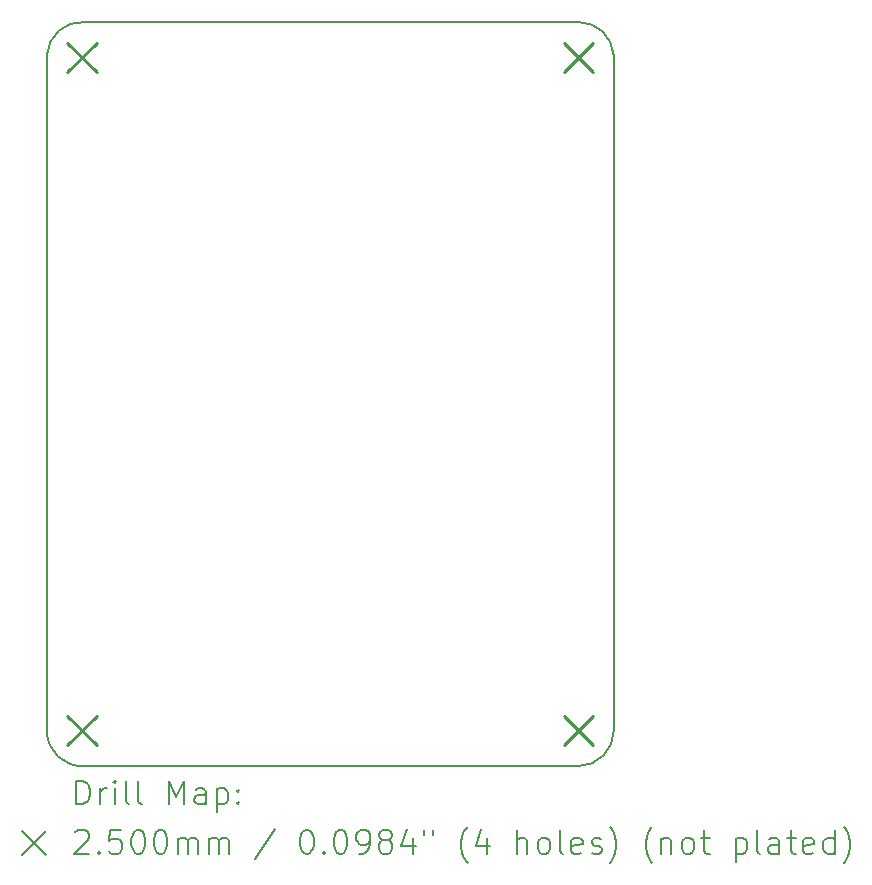
<source format=gbr>
%TF.GenerationSoftware,KiCad,Pcbnew,7.0.8*%
%TF.CreationDate,2024-05-07T22:53:22-03:00*%
%TF.ProjectId,lamp_module_x1,6c616d70-5f6d-46f6-9475-6c655f78312e,1.1*%
%TF.SameCoordinates,Original*%
%TF.FileFunction,Drillmap*%
%TF.FilePolarity,Positive*%
%FSLAX45Y45*%
G04 Gerber Fmt 4.5, Leading zero omitted, Abs format (unit mm)*
G04 Created by KiCad (PCBNEW 7.0.8) date 2024-05-07 22:53:22*
%MOMM*%
%LPD*%
G01*
G04 APERTURE LIST*
%ADD10C,0.200000*%
%ADD11C,0.250000*%
G04 APERTURE END LIST*
D10*
X13178400Y-5091815D02*
X17355903Y-5091815D01*
X12855467Y-11092693D02*
G75*
G03*
X13178400Y-11391815I300003J3D01*
G01*
X12855467Y-11092693D02*
X12855024Y-5374394D01*
X17655392Y-5374445D02*
G75*
G03*
X17355903Y-5091815I-299492J-17365D01*
G01*
X13178400Y-5091809D02*
G75*
G03*
X12855025Y-5374394I-22991J-300011D01*
G01*
X13178400Y-11391815D02*
X17355400Y-11391815D01*
X17655400Y-5374445D02*
X17655400Y-11091815D01*
X17355400Y-11391820D02*
G75*
G03*
X17655400Y-11091815I0J300000D01*
G01*
D11*
X13030400Y-5266815D02*
X13280400Y-5516815D01*
X13280400Y-5266815D02*
X13030400Y-5516815D01*
X13030400Y-10966815D02*
X13280400Y-11216815D01*
X13280400Y-10966815D02*
X13030400Y-11216815D01*
X17230400Y-5266815D02*
X17480400Y-5516815D01*
X17480400Y-5266815D02*
X17230400Y-5516815D01*
X17230400Y-10966815D02*
X17480400Y-11216815D01*
X17480400Y-10966815D02*
X17230400Y-11216815D01*
D10*
X13105801Y-11714177D02*
X13105801Y-11514177D01*
X13105801Y-11514177D02*
X13153420Y-11514177D01*
X13153420Y-11514177D02*
X13181992Y-11523701D01*
X13181992Y-11523701D02*
X13201039Y-11542748D01*
X13201039Y-11542748D02*
X13210563Y-11561796D01*
X13210563Y-11561796D02*
X13220087Y-11599891D01*
X13220087Y-11599891D02*
X13220087Y-11628462D01*
X13220087Y-11628462D02*
X13210563Y-11666558D01*
X13210563Y-11666558D02*
X13201039Y-11685605D01*
X13201039Y-11685605D02*
X13181992Y-11704653D01*
X13181992Y-11704653D02*
X13153420Y-11714177D01*
X13153420Y-11714177D02*
X13105801Y-11714177D01*
X13305801Y-11714177D02*
X13305801Y-11580843D01*
X13305801Y-11618939D02*
X13315325Y-11599891D01*
X13315325Y-11599891D02*
X13324849Y-11590367D01*
X13324849Y-11590367D02*
X13343896Y-11580843D01*
X13343896Y-11580843D02*
X13362944Y-11580843D01*
X13429611Y-11714177D02*
X13429611Y-11580843D01*
X13429611Y-11514177D02*
X13420087Y-11523701D01*
X13420087Y-11523701D02*
X13429611Y-11533224D01*
X13429611Y-11533224D02*
X13439135Y-11523701D01*
X13439135Y-11523701D02*
X13429611Y-11514177D01*
X13429611Y-11514177D02*
X13429611Y-11533224D01*
X13553420Y-11714177D02*
X13534373Y-11704653D01*
X13534373Y-11704653D02*
X13524849Y-11685605D01*
X13524849Y-11685605D02*
X13524849Y-11514177D01*
X13658182Y-11714177D02*
X13639135Y-11704653D01*
X13639135Y-11704653D02*
X13629611Y-11685605D01*
X13629611Y-11685605D02*
X13629611Y-11514177D01*
X13886754Y-11714177D02*
X13886754Y-11514177D01*
X13886754Y-11514177D02*
X13953420Y-11657034D01*
X13953420Y-11657034D02*
X14020087Y-11514177D01*
X14020087Y-11514177D02*
X14020087Y-11714177D01*
X14201039Y-11714177D02*
X14201039Y-11609415D01*
X14201039Y-11609415D02*
X14191516Y-11590367D01*
X14191516Y-11590367D02*
X14172468Y-11580843D01*
X14172468Y-11580843D02*
X14134373Y-11580843D01*
X14134373Y-11580843D02*
X14115325Y-11590367D01*
X14201039Y-11704653D02*
X14181992Y-11714177D01*
X14181992Y-11714177D02*
X14134373Y-11714177D01*
X14134373Y-11714177D02*
X14115325Y-11704653D01*
X14115325Y-11704653D02*
X14105801Y-11685605D01*
X14105801Y-11685605D02*
X14105801Y-11666558D01*
X14105801Y-11666558D02*
X14115325Y-11647510D01*
X14115325Y-11647510D02*
X14134373Y-11637986D01*
X14134373Y-11637986D02*
X14181992Y-11637986D01*
X14181992Y-11637986D02*
X14201039Y-11628462D01*
X14296277Y-11580843D02*
X14296277Y-11780843D01*
X14296277Y-11590367D02*
X14315325Y-11580843D01*
X14315325Y-11580843D02*
X14353420Y-11580843D01*
X14353420Y-11580843D02*
X14372468Y-11590367D01*
X14372468Y-11590367D02*
X14381992Y-11599891D01*
X14381992Y-11599891D02*
X14391516Y-11618939D01*
X14391516Y-11618939D02*
X14391516Y-11676081D01*
X14391516Y-11676081D02*
X14381992Y-11695129D01*
X14381992Y-11695129D02*
X14372468Y-11704653D01*
X14372468Y-11704653D02*
X14353420Y-11714177D01*
X14353420Y-11714177D02*
X14315325Y-11714177D01*
X14315325Y-11714177D02*
X14296277Y-11704653D01*
X14477230Y-11695129D02*
X14486754Y-11704653D01*
X14486754Y-11704653D02*
X14477230Y-11714177D01*
X14477230Y-11714177D02*
X14467706Y-11704653D01*
X14467706Y-11704653D02*
X14477230Y-11695129D01*
X14477230Y-11695129D02*
X14477230Y-11714177D01*
X14477230Y-11590367D02*
X14486754Y-11599891D01*
X14486754Y-11599891D02*
X14477230Y-11609415D01*
X14477230Y-11609415D02*
X14467706Y-11599891D01*
X14467706Y-11599891D02*
X14477230Y-11590367D01*
X14477230Y-11590367D02*
X14477230Y-11609415D01*
X12645024Y-11942693D02*
X12845024Y-12142693D01*
X12845024Y-11942693D02*
X12645024Y-12142693D01*
X13096277Y-11953224D02*
X13105801Y-11943701D01*
X13105801Y-11943701D02*
X13124849Y-11934177D01*
X13124849Y-11934177D02*
X13172468Y-11934177D01*
X13172468Y-11934177D02*
X13191516Y-11943701D01*
X13191516Y-11943701D02*
X13201039Y-11953224D01*
X13201039Y-11953224D02*
X13210563Y-11972272D01*
X13210563Y-11972272D02*
X13210563Y-11991320D01*
X13210563Y-11991320D02*
X13201039Y-12019891D01*
X13201039Y-12019891D02*
X13086754Y-12134177D01*
X13086754Y-12134177D02*
X13210563Y-12134177D01*
X13296277Y-12115129D02*
X13305801Y-12124653D01*
X13305801Y-12124653D02*
X13296277Y-12134177D01*
X13296277Y-12134177D02*
X13286754Y-12124653D01*
X13286754Y-12124653D02*
X13296277Y-12115129D01*
X13296277Y-12115129D02*
X13296277Y-12134177D01*
X13486754Y-11934177D02*
X13391516Y-11934177D01*
X13391516Y-11934177D02*
X13381992Y-12029415D01*
X13381992Y-12029415D02*
X13391516Y-12019891D01*
X13391516Y-12019891D02*
X13410563Y-12010367D01*
X13410563Y-12010367D02*
X13458182Y-12010367D01*
X13458182Y-12010367D02*
X13477230Y-12019891D01*
X13477230Y-12019891D02*
X13486754Y-12029415D01*
X13486754Y-12029415D02*
X13496277Y-12048462D01*
X13496277Y-12048462D02*
X13496277Y-12096081D01*
X13496277Y-12096081D02*
X13486754Y-12115129D01*
X13486754Y-12115129D02*
X13477230Y-12124653D01*
X13477230Y-12124653D02*
X13458182Y-12134177D01*
X13458182Y-12134177D02*
X13410563Y-12134177D01*
X13410563Y-12134177D02*
X13391516Y-12124653D01*
X13391516Y-12124653D02*
X13381992Y-12115129D01*
X13620087Y-11934177D02*
X13639135Y-11934177D01*
X13639135Y-11934177D02*
X13658182Y-11943701D01*
X13658182Y-11943701D02*
X13667706Y-11953224D01*
X13667706Y-11953224D02*
X13677230Y-11972272D01*
X13677230Y-11972272D02*
X13686754Y-12010367D01*
X13686754Y-12010367D02*
X13686754Y-12057986D01*
X13686754Y-12057986D02*
X13677230Y-12096081D01*
X13677230Y-12096081D02*
X13667706Y-12115129D01*
X13667706Y-12115129D02*
X13658182Y-12124653D01*
X13658182Y-12124653D02*
X13639135Y-12134177D01*
X13639135Y-12134177D02*
X13620087Y-12134177D01*
X13620087Y-12134177D02*
X13601039Y-12124653D01*
X13601039Y-12124653D02*
X13591516Y-12115129D01*
X13591516Y-12115129D02*
X13581992Y-12096081D01*
X13581992Y-12096081D02*
X13572468Y-12057986D01*
X13572468Y-12057986D02*
X13572468Y-12010367D01*
X13572468Y-12010367D02*
X13581992Y-11972272D01*
X13581992Y-11972272D02*
X13591516Y-11953224D01*
X13591516Y-11953224D02*
X13601039Y-11943701D01*
X13601039Y-11943701D02*
X13620087Y-11934177D01*
X13810563Y-11934177D02*
X13829611Y-11934177D01*
X13829611Y-11934177D02*
X13848658Y-11943701D01*
X13848658Y-11943701D02*
X13858182Y-11953224D01*
X13858182Y-11953224D02*
X13867706Y-11972272D01*
X13867706Y-11972272D02*
X13877230Y-12010367D01*
X13877230Y-12010367D02*
X13877230Y-12057986D01*
X13877230Y-12057986D02*
X13867706Y-12096081D01*
X13867706Y-12096081D02*
X13858182Y-12115129D01*
X13858182Y-12115129D02*
X13848658Y-12124653D01*
X13848658Y-12124653D02*
X13829611Y-12134177D01*
X13829611Y-12134177D02*
X13810563Y-12134177D01*
X13810563Y-12134177D02*
X13791516Y-12124653D01*
X13791516Y-12124653D02*
X13781992Y-12115129D01*
X13781992Y-12115129D02*
X13772468Y-12096081D01*
X13772468Y-12096081D02*
X13762944Y-12057986D01*
X13762944Y-12057986D02*
X13762944Y-12010367D01*
X13762944Y-12010367D02*
X13772468Y-11972272D01*
X13772468Y-11972272D02*
X13781992Y-11953224D01*
X13781992Y-11953224D02*
X13791516Y-11943701D01*
X13791516Y-11943701D02*
X13810563Y-11934177D01*
X13962944Y-12134177D02*
X13962944Y-12000843D01*
X13962944Y-12019891D02*
X13972468Y-12010367D01*
X13972468Y-12010367D02*
X13991516Y-12000843D01*
X13991516Y-12000843D02*
X14020087Y-12000843D01*
X14020087Y-12000843D02*
X14039135Y-12010367D01*
X14039135Y-12010367D02*
X14048658Y-12029415D01*
X14048658Y-12029415D02*
X14048658Y-12134177D01*
X14048658Y-12029415D02*
X14058182Y-12010367D01*
X14058182Y-12010367D02*
X14077230Y-12000843D01*
X14077230Y-12000843D02*
X14105801Y-12000843D01*
X14105801Y-12000843D02*
X14124849Y-12010367D01*
X14124849Y-12010367D02*
X14134373Y-12029415D01*
X14134373Y-12029415D02*
X14134373Y-12134177D01*
X14229611Y-12134177D02*
X14229611Y-12000843D01*
X14229611Y-12019891D02*
X14239135Y-12010367D01*
X14239135Y-12010367D02*
X14258182Y-12000843D01*
X14258182Y-12000843D02*
X14286754Y-12000843D01*
X14286754Y-12000843D02*
X14305801Y-12010367D01*
X14305801Y-12010367D02*
X14315325Y-12029415D01*
X14315325Y-12029415D02*
X14315325Y-12134177D01*
X14315325Y-12029415D02*
X14324849Y-12010367D01*
X14324849Y-12010367D02*
X14343897Y-12000843D01*
X14343897Y-12000843D02*
X14372468Y-12000843D01*
X14372468Y-12000843D02*
X14391516Y-12010367D01*
X14391516Y-12010367D02*
X14401039Y-12029415D01*
X14401039Y-12029415D02*
X14401039Y-12134177D01*
X14791516Y-11924653D02*
X14620087Y-12181796D01*
X15048659Y-11934177D02*
X15067706Y-11934177D01*
X15067706Y-11934177D02*
X15086754Y-11943701D01*
X15086754Y-11943701D02*
X15096278Y-11953224D01*
X15096278Y-11953224D02*
X15105801Y-11972272D01*
X15105801Y-11972272D02*
X15115325Y-12010367D01*
X15115325Y-12010367D02*
X15115325Y-12057986D01*
X15115325Y-12057986D02*
X15105801Y-12096081D01*
X15105801Y-12096081D02*
X15096278Y-12115129D01*
X15096278Y-12115129D02*
X15086754Y-12124653D01*
X15086754Y-12124653D02*
X15067706Y-12134177D01*
X15067706Y-12134177D02*
X15048659Y-12134177D01*
X15048659Y-12134177D02*
X15029611Y-12124653D01*
X15029611Y-12124653D02*
X15020087Y-12115129D01*
X15020087Y-12115129D02*
X15010563Y-12096081D01*
X15010563Y-12096081D02*
X15001040Y-12057986D01*
X15001040Y-12057986D02*
X15001040Y-12010367D01*
X15001040Y-12010367D02*
X15010563Y-11972272D01*
X15010563Y-11972272D02*
X15020087Y-11953224D01*
X15020087Y-11953224D02*
X15029611Y-11943701D01*
X15029611Y-11943701D02*
X15048659Y-11934177D01*
X15201040Y-12115129D02*
X15210563Y-12124653D01*
X15210563Y-12124653D02*
X15201040Y-12134177D01*
X15201040Y-12134177D02*
X15191516Y-12124653D01*
X15191516Y-12124653D02*
X15201040Y-12115129D01*
X15201040Y-12115129D02*
X15201040Y-12134177D01*
X15334373Y-11934177D02*
X15353421Y-11934177D01*
X15353421Y-11934177D02*
X15372468Y-11943701D01*
X15372468Y-11943701D02*
X15381992Y-11953224D01*
X15381992Y-11953224D02*
X15391516Y-11972272D01*
X15391516Y-11972272D02*
X15401040Y-12010367D01*
X15401040Y-12010367D02*
X15401040Y-12057986D01*
X15401040Y-12057986D02*
X15391516Y-12096081D01*
X15391516Y-12096081D02*
X15381992Y-12115129D01*
X15381992Y-12115129D02*
X15372468Y-12124653D01*
X15372468Y-12124653D02*
X15353421Y-12134177D01*
X15353421Y-12134177D02*
X15334373Y-12134177D01*
X15334373Y-12134177D02*
X15315325Y-12124653D01*
X15315325Y-12124653D02*
X15305801Y-12115129D01*
X15305801Y-12115129D02*
X15296278Y-12096081D01*
X15296278Y-12096081D02*
X15286754Y-12057986D01*
X15286754Y-12057986D02*
X15286754Y-12010367D01*
X15286754Y-12010367D02*
X15296278Y-11972272D01*
X15296278Y-11972272D02*
X15305801Y-11953224D01*
X15305801Y-11953224D02*
X15315325Y-11943701D01*
X15315325Y-11943701D02*
X15334373Y-11934177D01*
X15496278Y-12134177D02*
X15534373Y-12134177D01*
X15534373Y-12134177D02*
X15553421Y-12124653D01*
X15553421Y-12124653D02*
X15562944Y-12115129D01*
X15562944Y-12115129D02*
X15581992Y-12086558D01*
X15581992Y-12086558D02*
X15591516Y-12048462D01*
X15591516Y-12048462D02*
X15591516Y-11972272D01*
X15591516Y-11972272D02*
X15581992Y-11953224D01*
X15581992Y-11953224D02*
X15572468Y-11943701D01*
X15572468Y-11943701D02*
X15553421Y-11934177D01*
X15553421Y-11934177D02*
X15515325Y-11934177D01*
X15515325Y-11934177D02*
X15496278Y-11943701D01*
X15496278Y-11943701D02*
X15486754Y-11953224D01*
X15486754Y-11953224D02*
X15477230Y-11972272D01*
X15477230Y-11972272D02*
X15477230Y-12019891D01*
X15477230Y-12019891D02*
X15486754Y-12038939D01*
X15486754Y-12038939D02*
X15496278Y-12048462D01*
X15496278Y-12048462D02*
X15515325Y-12057986D01*
X15515325Y-12057986D02*
X15553421Y-12057986D01*
X15553421Y-12057986D02*
X15572468Y-12048462D01*
X15572468Y-12048462D02*
X15581992Y-12038939D01*
X15581992Y-12038939D02*
X15591516Y-12019891D01*
X15705801Y-12019891D02*
X15686754Y-12010367D01*
X15686754Y-12010367D02*
X15677230Y-12000843D01*
X15677230Y-12000843D02*
X15667706Y-11981796D01*
X15667706Y-11981796D02*
X15667706Y-11972272D01*
X15667706Y-11972272D02*
X15677230Y-11953224D01*
X15677230Y-11953224D02*
X15686754Y-11943701D01*
X15686754Y-11943701D02*
X15705801Y-11934177D01*
X15705801Y-11934177D02*
X15743897Y-11934177D01*
X15743897Y-11934177D02*
X15762944Y-11943701D01*
X15762944Y-11943701D02*
X15772468Y-11953224D01*
X15772468Y-11953224D02*
X15781992Y-11972272D01*
X15781992Y-11972272D02*
X15781992Y-11981796D01*
X15781992Y-11981796D02*
X15772468Y-12000843D01*
X15772468Y-12000843D02*
X15762944Y-12010367D01*
X15762944Y-12010367D02*
X15743897Y-12019891D01*
X15743897Y-12019891D02*
X15705801Y-12019891D01*
X15705801Y-12019891D02*
X15686754Y-12029415D01*
X15686754Y-12029415D02*
X15677230Y-12038939D01*
X15677230Y-12038939D02*
X15667706Y-12057986D01*
X15667706Y-12057986D02*
X15667706Y-12096081D01*
X15667706Y-12096081D02*
X15677230Y-12115129D01*
X15677230Y-12115129D02*
X15686754Y-12124653D01*
X15686754Y-12124653D02*
X15705801Y-12134177D01*
X15705801Y-12134177D02*
X15743897Y-12134177D01*
X15743897Y-12134177D02*
X15762944Y-12124653D01*
X15762944Y-12124653D02*
X15772468Y-12115129D01*
X15772468Y-12115129D02*
X15781992Y-12096081D01*
X15781992Y-12096081D02*
X15781992Y-12057986D01*
X15781992Y-12057986D02*
X15772468Y-12038939D01*
X15772468Y-12038939D02*
X15762944Y-12029415D01*
X15762944Y-12029415D02*
X15743897Y-12019891D01*
X15953421Y-12000843D02*
X15953421Y-12134177D01*
X15905801Y-11924653D02*
X15858182Y-12067510D01*
X15858182Y-12067510D02*
X15981992Y-12067510D01*
X16048659Y-11934177D02*
X16048659Y-11972272D01*
X16124849Y-11934177D02*
X16124849Y-11972272D01*
X16420087Y-12210367D02*
X16410563Y-12200843D01*
X16410563Y-12200843D02*
X16391516Y-12172272D01*
X16391516Y-12172272D02*
X16381992Y-12153224D01*
X16381992Y-12153224D02*
X16372468Y-12124653D01*
X16372468Y-12124653D02*
X16362944Y-12077034D01*
X16362944Y-12077034D02*
X16362944Y-12038939D01*
X16362944Y-12038939D02*
X16372468Y-11991320D01*
X16372468Y-11991320D02*
X16381992Y-11962748D01*
X16381992Y-11962748D02*
X16391516Y-11943701D01*
X16391516Y-11943701D02*
X16410563Y-11915129D01*
X16410563Y-11915129D02*
X16420087Y-11905605D01*
X16581992Y-12000843D02*
X16581992Y-12134177D01*
X16534373Y-11924653D02*
X16486754Y-12067510D01*
X16486754Y-12067510D02*
X16610563Y-12067510D01*
X16839135Y-12134177D02*
X16839135Y-11934177D01*
X16924849Y-12134177D02*
X16924849Y-12029415D01*
X16924849Y-12029415D02*
X16915326Y-12010367D01*
X16915326Y-12010367D02*
X16896278Y-12000843D01*
X16896278Y-12000843D02*
X16867706Y-12000843D01*
X16867706Y-12000843D02*
X16848659Y-12010367D01*
X16848659Y-12010367D02*
X16839135Y-12019891D01*
X17048659Y-12134177D02*
X17029611Y-12124653D01*
X17029611Y-12124653D02*
X17020087Y-12115129D01*
X17020087Y-12115129D02*
X17010564Y-12096081D01*
X17010564Y-12096081D02*
X17010564Y-12038939D01*
X17010564Y-12038939D02*
X17020087Y-12019891D01*
X17020087Y-12019891D02*
X17029611Y-12010367D01*
X17029611Y-12010367D02*
X17048659Y-12000843D01*
X17048659Y-12000843D02*
X17077230Y-12000843D01*
X17077230Y-12000843D02*
X17096278Y-12010367D01*
X17096278Y-12010367D02*
X17105802Y-12019891D01*
X17105802Y-12019891D02*
X17115326Y-12038939D01*
X17115326Y-12038939D02*
X17115326Y-12096081D01*
X17115326Y-12096081D02*
X17105802Y-12115129D01*
X17105802Y-12115129D02*
X17096278Y-12124653D01*
X17096278Y-12124653D02*
X17077230Y-12134177D01*
X17077230Y-12134177D02*
X17048659Y-12134177D01*
X17229611Y-12134177D02*
X17210564Y-12124653D01*
X17210564Y-12124653D02*
X17201040Y-12105605D01*
X17201040Y-12105605D02*
X17201040Y-11934177D01*
X17381992Y-12124653D02*
X17362945Y-12134177D01*
X17362945Y-12134177D02*
X17324849Y-12134177D01*
X17324849Y-12134177D02*
X17305802Y-12124653D01*
X17305802Y-12124653D02*
X17296278Y-12105605D01*
X17296278Y-12105605D02*
X17296278Y-12029415D01*
X17296278Y-12029415D02*
X17305802Y-12010367D01*
X17305802Y-12010367D02*
X17324849Y-12000843D01*
X17324849Y-12000843D02*
X17362945Y-12000843D01*
X17362945Y-12000843D02*
X17381992Y-12010367D01*
X17381992Y-12010367D02*
X17391516Y-12029415D01*
X17391516Y-12029415D02*
X17391516Y-12048462D01*
X17391516Y-12048462D02*
X17296278Y-12067510D01*
X17467707Y-12124653D02*
X17486754Y-12134177D01*
X17486754Y-12134177D02*
X17524849Y-12134177D01*
X17524849Y-12134177D02*
X17543897Y-12124653D01*
X17543897Y-12124653D02*
X17553421Y-12105605D01*
X17553421Y-12105605D02*
X17553421Y-12096081D01*
X17553421Y-12096081D02*
X17543897Y-12077034D01*
X17543897Y-12077034D02*
X17524849Y-12067510D01*
X17524849Y-12067510D02*
X17496278Y-12067510D01*
X17496278Y-12067510D02*
X17477230Y-12057986D01*
X17477230Y-12057986D02*
X17467707Y-12038939D01*
X17467707Y-12038939D02*
X17467707Y-12029415D01*
X17467707Y-12029415D02*
X17477230Y-12010367D01*
X17477230Y-12010367D02*
X17496278Y-12000843D01*
X17496278Y-12000843D02*
X17524849Y-12000843D01*
X17524849Y-12000843D02*
X17543897Y-12010367D01*
X17620088Y-12210367D02*
X17629611Y-12200843D01*
X17629611Y-12200843D02*
X17648659Y-12172272D01*
X17648659Y-12172272D02*
X17658183Y-12153224D01*
X17658183Y-12153224D02*
X17667707Y-12124653D01*
X17667707Y-12124653D02*
X17677230Y-12077034D01*
X17677230Y-12077034D02*
X17677230Y-12038939D01*
X17677230Y-12038939D02*
X17667707Y-11991320D01*
X17667707Y-11991320D02*
X17658183Y-11962748D01*
X17658183Y-11962748D02*
X17648659Y-11943701D01*
X17648659Y-11943701D02*
X17629611Y-11915129D01*
X17629611Y-11915129D02*
X17620088Y-11905605D01*
X17981992Y-12210367D02*
X17972468Y-12200843D01*
X17972468Y-12200843D02*
X17953421Y-12172272D01*
X17953421Y-12172272D02*
X17943897Y-12153224D01*
X17943897Y-12153224D02*
X17934373Y-12124653D01*
X17934373Y-12124653D02*
X17924849Y-12077034D01*
X17924849Y-12077034D02*
X17924849Y-12038939D01*
X17924849Y-12038939D02*
X17934373Y-11991320D01*
X17934373Y-11991320D02*
X17943897Y-11962748D01*
X17943897Y-11962748D02*
X17953421Y-11943701D01*
X17953421Y-11943701D02*
X17972468Y-11915129D01*
X17972468Y-11915129D02*
X17981992Y-11905605D01*
X18058183Y-12000843D02*
X18058183Y-12134177D01*
X18058183Y-12019891D02*
X18067707Y-12010367D01*
X18067707Y-12010367D02*
X18086754Y-12000843D01*
X18086754Y-12000843D02*
X18115326Y-12000843D01*
X18115326Y-12000843D02*
X18134373Y-12010367D01*
X18134373Y-12010367D02*
X18143897Y-12029415D01*
X18143897Y-12029415D02*
X18143897Y-12134177D01*
X18267707Y-12134177D02*
X18248659Y-12124653D01*
X18248659Y-12124653D02*
X18239135Y-12115129D01*
X18239135Y-12115129D02*
X18229611Y-12096081D01*
X18229611Y-12096081D02*
X18229611Y-12038939D01*
X18229611Y-12038939D02*
X18239135Y-12019891D01*
X18239135Y-12019891D02*
X18248659Y-12010367D01*
X18248659Y-12010367D02*
X18267707Y-12000843D01*
X18267707Y-12000843D02*
X18296278Y-12000843D01*
X18296278Y-12000843D02*
X18315326Y-12010367D01*
X18315326Y-12010367D02*
X18324849Y-12019891D01*
X18324849Y-12019891D02*
X18334373Y-12038939D01*
X18334373Y-12038939D02*
X18334373Y-12096081D01*
X18334373Y-12096081D02*
X18324849Y-12115129D01*
X18324849Y-12115129D02*
X18315326Y-12124653D01*
X18315326Y-12124653D02*
X18296278Y-12134177D01*
X18296278Y-12134177D02*
X18267707Y-12134177D01*
X18391516Y-12000843D02*
X18467707Y-12000843D01*
X18420088Y-11934177D02*
X18420088Y-12105605D01*
X18420088Y-12105605D02*
X18429611Y-12124653D01*
X18429611Y-12124653D02*
X18448659Y-12134177D01*
X18448659Y-12134177D02*
X18467707Y-12134177D01*
X18686754Y-12000843D02*
X18686754Y-12200843D01*
X18686754Y-12010367D02*
X18705802Y-12000843D01*
X18705802Y-12000843D02*
X18743897Y-12000843D01*
X18743897Y-12000843D02*
X18762945Y-12010367D01*
X18762945Y-12010367D02*
X18772469Y-12019891D01*
X18772469Y-12019891D02*
X18781992Y-12038939D01*
X18781992Y-12038939D02*
X18781992Y-12096081D01*
X18781992Y-12096081D02*
X18772469Y-12115129D01*
X18772469Y-12115129D02*
X18762945Y-12124653D01*
X18762945Y-12124653D02*
X18743897Y-12134177D01*
X18743897Y-12134177D02*
X18705802Y-12134177D01*
X18705802Y-12134177D02*
X18686754Y-12124653D01*
X18896278Y-12134177D02*
X18877230Y-12124653D01*
X18877230Y-12124653D02*
X18867707Y-12105605D01*
X18867707Y-12105605D02*
X18867707Y-11934177D01*
X19058183Y-12134177D02*
X19058183Y-12029415D01*
X19058183Y-12029415D02*
X19048659Y-12010367D01*
X19048659Y-12010367D02*
X19029611Y-12000843D01*
X19029611Y-12000843D02*
X18991516Y-12000843D01*
X18991516Y-12000843D02*
X18972469Y-12010367D01*
X19058183Y-12124653D02*
X19039135Y-12134177D01*
X19039135Y-12134177D02*
X18991516Y-12134177D01*
X18991516Y-12134177D02*
X18972469Y-12124653D01*
X18972469Y-12124653D02*
X18962945Y-12105605D01*
X18962945Y-12105605D02*
X18962945Y-12086558D01*
X18962945Y-12086558D02*
X18972469Y-12067510D01*
X18972469Y-12067510D02*
X18991516Y-12057986D01*
X18991516Y-12057986D02*
X19039135Y-12057986D01*
X19039135Y-12057986D02*
X19058183Y-12048462D01*
X19124850Y-12000843D02*
X19201040Y-12000843D01*
X19153421Y-11934177D02*
X19153421Y-12105605D01*
X19153421Y-12105605D02*
X19162945Y-12124653D01*
X19162945Y-12124653D02*
X19181992Y-12134177D01*
X19181992Y-12134177D02*
X19201040Y-12134177D01*
X19343897Y-12124653D02*
X19324850Y-12134177D01*
X19324850Y-12134177D02*
X19286754Y-12134177D01*
X19286754Y-12134177D02*
X19267707Y-12124653D01*
X19267707Y-12124653D02*
X19258183Y-12105605D01*
X19258183Y-12105605D02*
X19258183Y-12029415D01*
X19258183Y-12029415D02*
X19267707Y-12010367D01*
X19267707Y-12010367D02*
X19286754Y-12000843D01*
X19286754Y-12000843D02*
X19324850Y-12000843D01*
X19324850Y-12000843D02*
X19343897Y-12010367D01*
X19343897Y-12010367D02*
X19353421Y-12029415D01*
X19353421Y-12029415D02*
X19353421Y-12048462D01*
X19353421Y-12048462D02*
X19258183Y-12067510D01*
X19524850Y-12134177D02*
X19524850Y-11934177D01*
X19524850Y-12124653D02*
X19505802Y-12134177D01*
X19505802Y-12134177D02*
X19467707Y-12134177D01*
X19467707Y-12134177D02*
X19448659Y-12124653D01*
X19448659Y-12124653D02*
X19439135Y-12115129D01*
X19439135Y-12115129D02*
X19429611Y-12096081D01*
X19429611Y-12096081D02*
X19429611Y-12038939D01*
X19429611Y-12038939D02*
X19439135Y-12019891D01*
X19439135Y-12019891D02*
X19448659Y-12010367D01*
X19448659Y-12010367D02*
X19467707Y-12000843D01*
X19467707Y-12000843D02*
X19505802Y-12000843D01*
X19505802Y-12000843D02*
X19524850Y-12010367D01*
X19601040Y-12210367D02*
X19610564Y-12200843D01*
X19610564Y-12200843D02*
X19629611Y-12172272D01*
X19629611Y-12172272D02*
X19639135Y-12153224D01*
X19639135Y-12153224D02*
X19648659Y-12124653D01*
X19648659Y-12124653D02*
X19658183Y-12077034D01*
X19658183Y-12077034D02*
X19658183Y-12038939D01*
X19658183Y-12038939D02*
X19648659Y-11991320D01*
X19648659Y-11991320D02*
X19639135Y-11962748D01*
X19639135Y-11962748D02*
X19629611Y-11943701D01*
X19629611Y-11943701D02*
X19610564Y-11915129D01*
X19610564Y-11915129D02*
X19601040Y-11905605D01*
M02*

</source>
